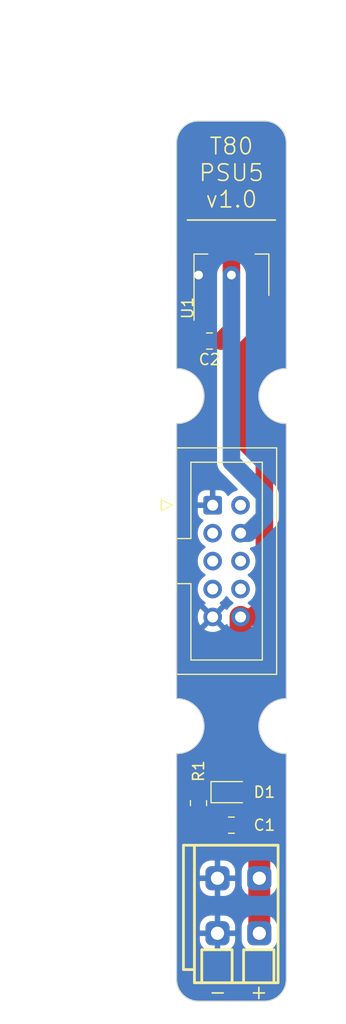
<source format=kicad_pcb>
(kicad_pcb (version 20220914) (generator pcbnew)
  (layers (0 "F.Cu" signal) (31 "B.Cu" signal) (34 "B.Paste" user) (35 "F.Paste" user) (36 "B.SilkS" user "B.Silkscreen") (37 "F.SilkS" user "F.Silkscreen") (38 "B.Mask" user) (39 "F.Mask" user) (44 "Edge.Cuts" user))
  (net 0 "")
  (net 1 "+5V")
  (net 2 "+3V3")
  (net 3 "GND")
  (net 6 "Net-(D1-K)")
  (footprint "Drake:DG235-3.81-02P" (layer "F.Cu") (at 104.73 121.825)
    (fp_text reference "J1" hide)
    (fp_text value "Conn_01x02_Female")
    (fp_line (start -3.1 -3) (end -3.099999 8.301751) (stroke (width 0.254)) (layer "F.SilkS"))
    (fp_line (start -3.1 -3) (end -2.1 -3) (stroke (width 0.254)) (layer "F.SilkS"))
    (fp_line (start -3.099999 8.301751) (end -2.1 8.301751) (stroke (width 0.254)) (layer "F.SilkS"))
    (fp_line (start -2.1 -3) (end -2.1 8.301751) (stroke (width 0.254)) (layer "F.SilkS"))
    (fp_line (start -2.1 -3) (end -2.1 9.5) (stroke (width 0.254)) (layer "F.SilkS"))
    (fp_line (start -2.1 -3) (end 5.52 -3) (stroke (width 0.254)) (layer "F.SilkS"))
    (fp_line (start -2.1 9.5) (end 5.52 9.499999) (stroke (width 0.254)) (layer "F.SilkS"))
    (fp_line (start -1.432999 9.5) (end -1.432999 6.5) (stroke (width 0.254)) (layer "F.SilkS"))
    (fp_line (start 1.329 6.5) (end -1.432999 6.5) (stroke (width 0.254)) (layer "F.SilkS"))
    (fp_line (start 1.329 9.5) (end 1.329 6.5) (stroke (width 0.254)) (layer "F.SilkS"))
    (fp_line (start 2.377 9.5) (end 2.377 6.5) (stroke (width 0.254)) (layer "F.SilkS"))
    (fp_line (start 5.139 6.5) (end 2.377 6.5) (stroke (width 0.254)) (layer "F.SilkS"))
    (fp_line (start 5.139 9.5) (end 5.139 6.5) (stroke (width 0.254)) (layer "F.SilkS"))
    (fp_line (start 5.52 -3) (end 5.52 9.499999) (stroke (width 0.254)) (layer "F.SilkS"))
    (pad "1" thru_hole roundrect locked (at 0 0) (size 2.2 2.2) (drill 1.2) (layers *.Cu *.Mask) (net 3 "GND"))
    (pad "1" thru_hole roundrect locked (at 0 5) (size 2.2 2.2) (drill 1.2) (layers *.Cu *.Mask) (net 3 "GND"))
    (pad "2" thru_hole roundrect locked (at 3.81 0) (size 2.2 2.2) (drill 1.2) (layers *.Cu *.Mask) (net 1 "+5V"))
    (pad "2" thru_hole roundrect locked (at 3.81 5) (size 2.2 2.2) (drill 1.2) (layers *.Cu *.Mask) (net 1 "+5V"))
  )
  (footprint "LED_SMD:LED_0805_2012Metric_Pad1.15x1.40mm_HandSolder" (layer "F.Cu") (at 106 114)
    (fp_text reference "D1" (at 3 0) (layer "F.SilkS"))
    (fp_text value "WHITE")
    (fp_line (start -1.86 -0.96) (end -1.86 0.96) (stroke (width 0.12)) (layer "F.SilkS"))
    (fp_line (start -1.86 0.96) (end 1 0.96) (stroke (width 0.12)) (layer "F.SilkS"))
    (fp_line (start 1 -0.96) (end -1.86 -0.96) (stroke (width 0.12)) (layer "F.SilkS"))
    (pad "1" smd roundrect (at -1.025 0) (size 1.15 1.4) (layers "F.Cu" "F.Paste" "F.Mask") (roundrect_rratio 0.217391) (net 6 "Net-(D1-K)"))
    (pad "2" smd roundrect (at 1.025 0) (size 1.15 1.4) (layers "F.Cu" "F.Paste" "F.Mask") (roundrect_rratio 0.217391) (net 1 "+5V"))
  )
  (footprint "Resistor_SMD:R_0805_2012Metric" (layer "F.Cu") (at 103 115 -90)
    (fp_text reference "R1" (at -2.9125 0 90) (layer "F.SilkS"))
    (fp_text value "1k5")
    (fp_line (start -0.227064 -0.735) (end 0.227064 -0.735) (stroke (width 0.12)) (layer "F.SilkS"))
    (fp_line (start -0.227064 0.735) (end 0.227064 0.735) (stroke (width 0.12)) (layer "F.SilkS"))
    (pad "1" smd roundrect (at -0.9125 0 270) (size 1.025 1.4) (layers "F.Cu" "F.Paste" "F.Mask") (roundrect_rratio 0.243902) (net 6 "Net-(D1-K)"))
    (pad "2" smd roundrect (at 0.9125 0 270) (size 1.025 1.4) (layers "F.Cu" "F.Paste" "F.Mask") (roundrect_rratio 0.243902) (net 3 "GND"))
  )
  (footprint "Connector_IDC:IDC-Header_2x05_P2.54mm_Vertical" (layer "F.Cu") (at 104.29 87.92)
    (fp_text reference "X3" hide)
    (fp_text value "~")
    (fp_line (start -4.68 -0.5) (end -4.68 0.5) (stroke (width 0.12)) (layer "F.SilkS"))
    (fp_line (start -4.68 0.5) (end -3.68 0) (stroke (width 0.12)) (layer "F.SilkS"))
    (fp_line (start -3.68 0) (end -4.68 -0.5) (stroke (width 0.12)) (layer "F.SilkS"))
    (fp_line (start -3.29 -5.21) (end 5.83 -5.21) (stroke (width 0.12)) (layer "F.SilkS"))
    (fp_line (start -3.29 3.03) (end -1.98 3.03) (stroke (width 0.12)) (layer "F.SilkS"))
    (fp_line (start -3.29 15.37) (end -3.29 -5.21) (stroke (width 0.12)) (layer "F.SilkS"))
    (fp_line (start -1.98 -3.91) (end 4.52 -3.91) (stroke (width 0.12)) (layer "F.SilkS"))
    (fp_line (start -1.98 3.03) (end -1.98 -3.91) (stroke (width 0.12)) (layer "F.SilkS"))
    (fp_line (start -1.98 7.13) (end -3.29 7.13) (stroke (width 0.12)) (layer "F.SilkS"))
    (fp_line (start -1.98 7.13) (end -1.98 7.13) (stroke (width 0.12)) (layer "F.SilkS"))
    (fp_line (start -1.98 14.07) (end -1.98 7.13) (stroke (width 0.12)) (layer "F.SilkS"))
    (fp_line (start 4.52 -3.91) (end 4.52 14.07) (stroke (width 0.12)) (layer "F.SilkS"))
    (fp_line (start 4.52 14.07) (end -1.98 14.07) (stroke (width 0.12)) (layer "F.SilkS"))
    (fp_line (start 5.83 -5.21) (end 5.83 15.37) (stroke (width 0.12)) (layer "F.SilkS"))
    (fp_line (start 5.83 15.37) (end -3.29 15.37) (stroke (width 0.12)) (layer "F.SilkS"))
    (pad "1" thru_hole roundrect (at 0 0) (size 1.7 1.7) (drill 1) (layers *.Cu *.Mask) (roundrect_rratio 0.147059) (net 3 "GND"))
    (pad "2" thru_hole circle (at 2.54 0) (size 1.7 1.7) (drill 1) (layers *.Cu *.Mask))
    (pad "3" thru_hole circle (at 0 2.54) (size 1.7 1.7) (drill 1) (layers *.Cu *.Mask))
    (pad "4" thru_hole circle (at 2.54 2.54) (size 1.7 1.7) (drill 1) (layers *.Cu *.Mask) (net 2 "+3V3"))
    (pad "5" thru_hole circle (at 0 5.08) (size 1.7 1.7) (drill 1) (layers *.Cu *.Mask))
    (pad "6" thru_hole circle (at 2.54 5.08) (size 1.7 1.7) (drill 1) (layers *.Cu *.Mask))
    (pad "7" thru_hole circle (at 0 7.62) (size 1.7 1.7) (drill 1) (layers *.Cu *.Mask))
    (pad "8" thru_hole circle (at 2.54 7.62) (size 1.7 1.7) (drill 1) (layers *.Cu *.Mask))
    (pad "9" thru_hole circle (at 0 10.16) (size 1.7 1.7) (drill 1) (layers *.Cu *.Mask) (net 3 "GND"))
    (pad "10" thru_hole circle (at 2.54 10.16) (size 1.7 1.7) (drill 1) (layers *.Cu *.Mask) (net 1 "+5V"))
  )
  (footprint "Capacitor_SMD:C_0805_2012Metric_Pad1.18x1.45mm_HandSolder" (layer "F.Cu") (at 104 73 180)
    (fp_text reference "C2" (at 0 -1.68) (layer "F.SilkS"))
    (fp_text value "10u")
    (fp_line (start -0.261252 -0.735) (end 0.261252 -0.735) (stroke (width 0.12)) (layer "F.SilkS"))
    (fp_line (start -0.261252 0.735) (end 0.261252 0.735) (stroke (width 0.12)) (layer "F.SilkS"))
    (pad "1" smd roundrect (at -1.0375 0 180) (size 1.175 1.45) (layers "F.Cu" "F.Paste" "F.Mask") (roundrect_rratio 0.212766) (net 2 "+3V3"))
    (pad "2" smd roundrect (at 1.0375 0 180) (size 1.175 1.45) (layers "F.Cu" "F.Paste" "F.Mask") (roundrect_rratio 0.212766) (net 3 "GND"))
  )
  (footprint "Package_TO_SOT_SMD:SOT-223-3_TabPin2" (layer "F.Cu") (at 106 67 90)
    (fp_text reference "U1" (at -3 -4 90) (layer "F.SilkS"))
    (fp_text value "LM1117-3.3")
    (fp_line (start -4.1 -3.41) (end 1.91 -3.41) (stroke (width 0.12)) (layer "F.SilkS"))
    (fp_line (start -1.85 3.41) (end 1.91 3.41) (stroke (width 0.12)) (layer "F.SilkS"))
    (fp_line (start 1.91 -3.41) (end 1.91 -2.15) (stroke (width 0.12)) (layer "F.SilkS"))
    (fp_line (start 1.91 3.41) (end 1.91 2.15) (stroke (width 0.12)) (layer "F.SilkS"))
    (pad "1" smd rect (at -3.15 -2.3 90) (size 2 1.5) (layers "F.Cu" "F.Paste" "F.Mask") (net 3 "GND"))
    (pad "2" smd rect (at -3.15 0 90) (size 2 1.5) (layers "F.Cu" "F.Paste" "F.Mask") (net 2 "+3V3"))
    (pad "2" smd rect (at 3.15 0 90) (size 2 3.8) (layers "F.Cu" "F.Paste" "F.Mask") (net 2 "+3V3"))
    (pad "3" smd rect (at -3.15 2.3 90) (size 2 1.5) (layers "F.Cu" "F.Paste" "F.Mask") (net 1 "+5V"))
  )
  (footprint "Capacitor_SMD:C_0805_2012Metric_Pad1.18x1.45mm_HandSolder" (layer "F.Cu") (at 106 117 180)
    (fp_text reference "C1" (at -3 0) (layer "F.SilkS"))
    (fp_text value "10u")
    (fp_line (start -0.261252 -0.735) (end 0.261252 -0.735) (stroke (width 0.12)) (layer "F.SilkS"))
    (fp_line (start -0.261252 0.735) (end 0.261252 0.735) (stroke (width 0.12)) (layer "F.SilkS"))
    (pad "1" smd roundrect (at -1.0375 0 180) (size 1.175 1.45) (layers "F.Cu" "F.Paste" "F.Mask") (roundrect_rratio 0.212766) (net 1 "+5V"))
    (pad "2" smd roundrect (at 1.0375 0 180) (size 1.175 1.45) (layers "F.Cu" "F.Paste" "F.Mask") (roundrect_rratio 0.212766) (net 3 "GND"))
  )
  (gr_line (start 104.25 132.25) (end 105.25 132.25) (stroke (width 0.15)) (layer "F.SilkS"))
  (gr_line (start 108 132.25) (end 109 132.25) (stroke (width 0.15)) (layer "F.SilkS"))
  (gr_line (start 108.5 131.75) (end 108.5 132.75) (stroke (width 0.15)) (layer "F.SilkS"))
  (gr_line (start 110 62) (end 102 62) (stroke (width 0.15)) (layer "F.SilkS"))
  (gr_arc (start 101 105.5) (mid 103.5 108) (end 101 110.5) (stroke (width 0.1)) (layer "Edge.Cuts"))
  (gr_line (start 101 80.5) (end 101 105.5) (stroke (width 0.1)) (layer "Edge.Cuts"))
  (gr_line (start 103 133) (end 109 133) (stroke (width 0.1)) (layer "Edge.Cuts"))
  (gr_arc (start 101 75.5) (mid 103.5 78) (end 101 80.5) (stroke (width 0.1)) (layer "Edge.Cuts"))
  (gr_line (start 111 110.5) (end 111 131) (stroke (width 0.1)) (layer "Edge.Cuts"))
  (gr_line (start 103 53) (end 109 53) (stroke (width 0.1)) (layer "Edge.Cuts"))
  (gr_arc (start 111 131) (mid 110.414214 132.414214) (end 109 133) (stroke (width 0.1)) (layer "Edge.Cuts"))
  (gr_arc (start 101 55) (mid 101.585786 53.585786) (end 103 53) (stroke (width 0.1)) (layer "Edge.Cuts"))
  (gr_arc (start 111 110.5) (mid 108.5 108) (end 111 105.5) (stroke (width 0.1)) (layer "Edge.Cuts"))
  (gr_line (start 101 110.5) (end 101 131) (stroke (width 0.1)) (layer "Edge.Cuts"))
  (gr_arc (start 109 53) (mid 110.414214 53.585786) (end 111 55) (stroke (width 0.1)) (layer "Edge.Cuts"))
  (gr_line (start 111 80.5) (end 111 105.5) (stroke (width 0.1)) (layer "Edge.Cuts"))
  (gr_line (start 101 55) (end 101 75.5) (stroke (width 0.1)) (layer "Edge.Cuts"))
  (gr_arc (start 111 80.5) (mid 108.5 78) (end 111 75.5) (stroke (width 0.1)) (layer "Edge.Cuts"))
  (gr_arc (start 103 133) (mid 101.585786 132.414214) (end 101 131) (stroke (width 0.1)) (layer "Edge.Cuts"))
  (gr_line (start 111 55) (end 111 75.5) (stroke (width 0.1)) (layer "Edge.Cuts"))
  (gr_text "T80\nPSU5\nv1.0" (at 106 61) (layer "F.SilkS") (effects (font (size 1.5 1.5)) (justify bottom)))
  (segment (start 108.54 111.54) (end 106.83 109.83) (width 2) (layer "F.Cu") (net 1))
  (segment (start 107 82) (end 107 74) (width 1.6) (layer "F.Cu") (net 1))
  (segment (start 107 74) (end 108.3 72.7) (width 1.6) (layer "F.Cu") (net 1))
  (segment (start 107.92 98.08) (end 109 97) (width 1.6) (layer "F.Cu") (net 1))
  (segment (start 108.54 126.825) (end 108.54 111.54) (width 2) (layer "F.Cu") (net 1))
  (segment (start 109 97) (end 109 84) (width 1.6) (layer "F.Cu") (net 1))
  (segment (start 106.83 109.83) (end 106.83 98.08) (width 2) (layer "F.Cu") (net 1))
  (segment (start 108.3 72.7) (end 108.3 70.15) (width 1.6) (layer "F.Cu") (net 1))
  (segment (start 109 84) (end 107 82) (width 1.6) (layer "F.Cu") (net 1))
  (segment (start 106.83 98.08) (end 107.92 98.08) (width 1.6) (layer "F.Cu") (net 1))
  (segment (start 106 70.15) (end 106 72.0375) (width 1.6) (layer "F.Cu") (net 2))
  (segment (start 106 67) (end 106 70.15) (width 1.6) (layer "F.Cu") (net 2))
  (segment (start 106 67) (end 106 63.85) (width 1.6) (layer "F.Cu") (net 2))
  (segment (start 106 72.0375) (end 105.0375 73) (width 1.6) (layer "F.Cu") (net 2))
  (via (at 106 67) (size 1.6) (drill 0.8) (layers "F.Cu" "B.Cu") (net 2))
  (segment (start 106 67) (end 106 84) (width 1.6) (layer "B.Cu") (net 2))
  (segment (start 109 89) (end 107.54 90.46) (width 1.6) (layer "B.Cu") (net 2))
  (segment (start 106 84) (end 109 87) (width 1.6) (layer "B.Cu") (net 2))
  (segment (start 109 87) (end 109 89) (width 1.6) (layer "B.Cu") (net 2))
  (segment (start 107.54 90.46) (end 106.83 90.46) (width 1.6) (layer "B.Cu") (net 2))
  (segment (start 104.73 117.2325) (end 104.9625 117) (width 0.25) (layer "F.Cu") (net 3))
  (segment (start 104.73 121.825) (end 104.73 117.2325) (width 0.25) (layer "F.Cu") (net 3))
  (segment (start 103.7 70.15) (end 103.7 67.7) (width 1.6) (layer "F.Cu") (net 3))
  (segment (start 102.9625 73) (end 102.9625 70.8875) (width 1.6) (layer "F.Cu") (net 3))
  (segment (start 103.7 67.7) (end 103 67) (width 1.6) (layer "F.Cu") (net 3))
  (segment (start 103.875 115.9125) (end 104.9625 117) (width 0.25) (layer "F.Cu") (net 3))
  (segment (start 103 115.9125) (end 103.875 115.9125) (width 0.25) (layer "F.Cu") (net 3))
  (segment (start 102.9625 70.8875) (end 103.7 70.15) (width 1.6) (layer "F.Cu") (net 3))
  (via (at 103 67) (size 1.6) (drill 0.8) (layers "F.Cu" "B.Cu") (net 3))
  (segment (start 103.0875 114) (end 103 114.0875) (width 0.25) (layer "F.Cu") (net 6))
  (segment (start 104.975 114) (end 103.0875 114) (width 0.25) (layer "F.Cu") (net 6))
  (zone (net 3) (net_name "GND") (layer "B.Cu") (connect_pads (clearance 0.508)) (min_thickness 0.254) (fill yes (thermal_gap 0.508) (thermal_bridge_width 0.508) (island_removal_mode 2) (island_area_min 10))
    (polygon (pts (xy 111 133) (xy 101 133) (xy 101 53) (xy 111 53)))
  )
)
</source>
